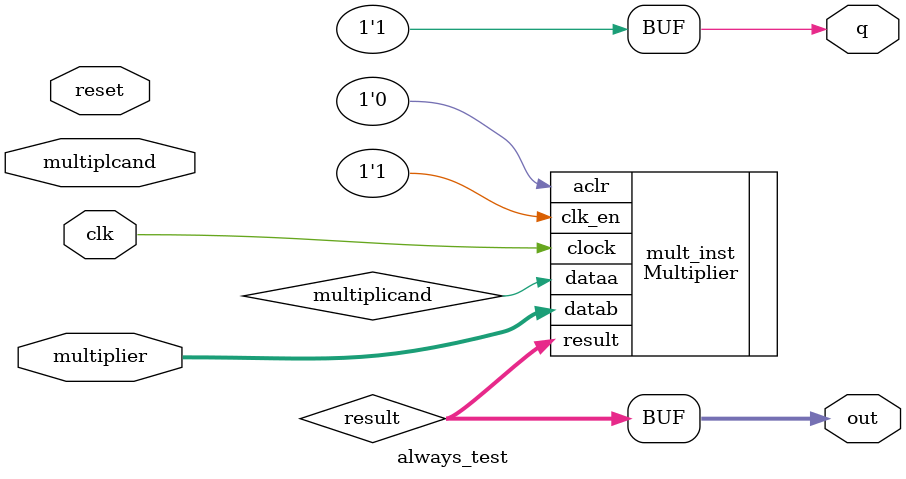
<source format=sv>
module always_test(input logic clk,
		input logic [63:0] multiplcand,
		input logic [63:0] multiplier,
	  	input logic reset,
		output logic [63:0] out,
	  	output logic q);
	

	logic [63:0] result;

	
	Multiplier mult_inst(.aclr(1'b0), 
			     	.clk_en(1'b1),
				.clock(clk),
				.dataa(multiplicand),
				.datab(multiplier),
				.result(result));

	always@(result)
	begin

		out<=result;
		q <= 1'b1;

	end
endmodule
</source>
